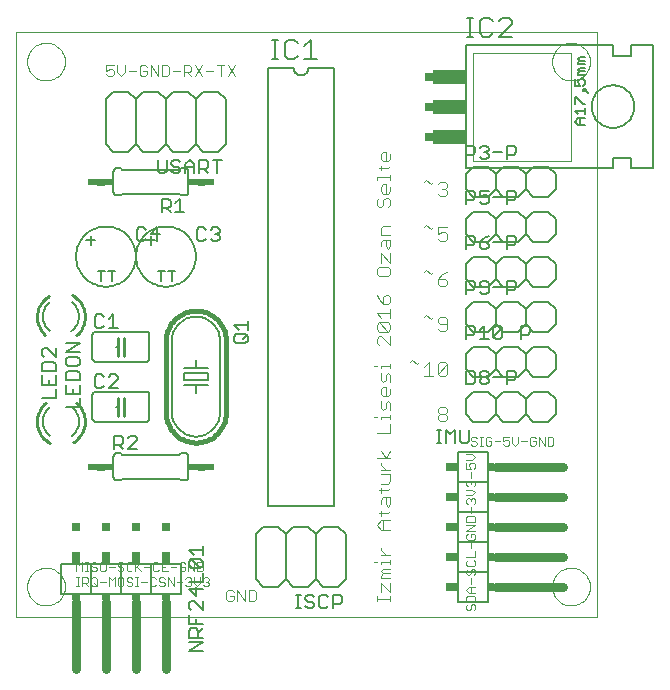
<source format=gto>
G75*
%MOIN*%
%OFA0B0*%
%FSLAX24Y24*%
%IPPOS*%
%LPD*%
%AMOC8*
5,1,8,0,0,1.08239X$1,22.5*
%
%ADD10C,0.0000*%
%ADD11C,0.0040*%
%ADD12C,0.0030*%
%ADD13C,0.0060*%
%ADD14C,0.0070*%
%ADD15C,0.0160*%
%ADD16C,0.0050*%
%ADD17C,0.0100*%
%ADD18C,0.0240*%
%ADD19R,0.0340X0.0240*%
%ADD20C,0.0300*%
%ADD21R,0.0200X0.0300*%
%ADD22R,0.0400X0.0300*%
%ADD23R,0.0300X0.0200*%
%ADD24R,0.0300X0.0400*%
%ADD25R,0.0300X0.0300*%
%ADD26C,0.0020*%
%ADD27R,0.0250X0.0300*%
%ADD28R,0.1100X0.0500*%
D10*
X000220Y002000D02*
X000220Y021496D01*
X019590Y021496D01*
X019590Y002000D01*
X000220Y002000D01*
X000590Y003000D02*
X000592Y003050D01*
X000598Y003100D01*
X000608Y003149D01*
X000622Y003197D01*
X000639Y003244D01*
X000660Y003289D01*
X000685Y003333D01*
X000713Y003374D01*
X000745Y003413D01*
X000779Y003450D01*
X000816Y003484D01*
X000856Y003514D01*
X000898Y003541D01*
X000942Y003565D01*
X000988Y003586D01*
X001035Y003602D01*
X001083Y003615D01*
X001133Y003624D01*
X001182Y003629D01*
X001233Y003630D01*
X001283Y003627D01*
X001332Y003620D01*
X001381Y003609D01*
X001429Y003594D01*
X001475Y003576D01*
X001520Y003554D01*
X001563Y003528D01*
X001604Y003499D01*
X001643Y003467D01*
X001679Y003432D01*
X001711Y003394D01*
X001741Y003354D01*
X001768Y003311D01*
X001791Y003267D01*
X001810Y003221D01*
X001826Y003173D01*
X001838Y003124D01*
X001846Y003075D01*
X001850Y003025D01*
X001850Y002975D01*
X001846Y002925D01*
X001838Y002876D01*
X001826Y002827D01*
X001810Y002779D01*
X001791Y002733D01*
X001768Y002689D01*
X001741Y002646D01*
X001711Y002606D01*
X001679Y002568D01*
X001643Y002533D01*
X001604Y002501D01*
X001563Y002472D01*
X001520Y002446D01*
X001475Y002424D01*
X001429Y002406D01*
X001381Y002391D01*
X001332Y002380D01*
X001283Y002373D01*
X001233Y002370D01*
X001182Y002371D01*
X001133Y002376D01*
X001083Y002385D01*
X001035Y002398D01*
X000988Y002414D01*
X000942Y002435D01*
X000898Y002459D01*
X000856Y002486D01*
X000816Y002516D01*
X000779Y002550D01*
X000745Y002587D01*
X000713Y002626D01*
X000685Y002667D01*
X000660Y002711D01*
X000639Y002756D01*
X000622Y002803D01*
X000608Y002851D01*
X000598Y002900D01*
X000592Y002950D01*
X000590Y003000D01*
X000590Y020500D02*
X000592Y020550D01*
X000598Y020600D01*
X000608Y020649D01*
X000622Y020697D01*
X000639Y020744D01*
X000660Y020789D01*
X000685Y020833D01*
X000713Y020874D01*
X000745Y020913D01*
X000779Y020950D01*
X000816Y020984D01*
X000856Y021014D01*
X000898Y021041D01*
X000942Y021065D01*
X000988Y021086D01*
X001035Y021102D01*
X001083Y021115D01*
X001133Y021124D01*
X001182Y021129D01*
X001233Y021130D01*
X001283Y021127D01*
X001332Y021120D01*
X001381Y021109D01*
X001429Y021094D01*
X001475Y021076D01*
X001520Y021054D01*
X001563Y021028D01*
X001604Y020999D01*
X001643Y020967D01*
X001679Y020932D01*
X001711Y020894D01*
X001741Y020854D01*
X001768Y020811D01*
X001791Y020767D01*
X001810Y020721D01*
X001826Y020673D01*
X001838Y020624D01*
X001846Y020575D01*
X001850Y020525D01*
X001850Y020475D01*
X001846Y020425D01*
X001838Y020376D01*
X001826Y020327D01*
X001810Y020279D01*
X001791Y020233D01*
X001768Y020189D01*
X001741Y020146D01*
X001711Y020106D01*
X001679Y020068D01*
X001643Y020033D01*
X001604Y020001D01*
X001563Y019972D01*
X001520Y019946D01*
X001475Y019924D01*
X001429Y019906D01*
X001381Y019891D01*
X001332Y019880D01*
X001283Y019873D01*
X001233Y019870D01*
X001182Y019871D01*
X001133Y019876D01*
X001083Y019885D01*
X001035Y019898D01*
X000988Y019914D01*
X000942Y019935D01*
X000898Y019959D01*
X000856Y019986D01*
X000816Y020016D01*
X000779Y020050D01*
X000745Y020087D01*
X000713Y020126D01*
X000685Y020167D01*
X000660Y020211D01*
X000639Y020256D01*
X000622Y020303D01*
X000608Y020351D01*
X000598Y020400D01*
X000592Y020450D01*
X000590Y020500D01*
X018090Y020500D02*
X018092Y020550D01*
X018098Y020600D01*
X018108Y020649D01*
X018122Y020697D01*
X018139Y020744D01*
X018160Y020789D01*
X018185Y020833D01*
X018213Y020874D01*
X018245Y020913D01*
X018279Y020950D01*
X018316Y020984D01*
X018356Y021014D01*
X018398Y021041D01*
X018442Y021065D01*
X018488Y021086D01*
X018535Y021102D01*
X018583Y021115D01*
X018633Y021124D01*
X018682Y021129D01*
X018733Y021130D01*
X018783Y021127D01*
X018832Y021120D01*
X018881Y021109D01*
X018929Y021094D01*
X018975Y021076D01*
X019020Y021054D01*
X019063Y021028D01*
X019104Y020999D01*
X019143Y020967D01*
X019179Y020932D01*
X019211Y020894D01*
X019241Y020854D01*
X019268Y020811D01*
X019291Y020767D01*
X019310Y020721D01*
X019326Y020673D01*
X019338Y020624D01*
X019346Y020575D01*
X019350Y020525D01*
X019350Y020475D01*
X019346Y020425D01*
X019338Y020376D01*
X019326Y020327D01*
X019310Y020279D01*
X019291Y020233D01*
X019268Y020189D01*
X019241Y020146D01*
X019211Y020106D01*
X019179Y020068D01*
X019143Y020033D01*
X019104Y020001D01*
X019063Y019972D01*
X019020Y019946D01*
X018975Y019924D01*
X018929Y019906D01*
X018881Y019891D01*
X018832Y019880D01*
X018783Y019873D01*
X018733Y019870D01*
X018682Y019871D01*
X018633Y019876D01*
X018583Y019885D01*
X018535Y019898D01*
X018488Y019914D01*
X018442Y019935D01*
X018398Y019959D01*
X018356Y019986D01*
X018316Y020016D01*
X018279Y020050D01*
X018245Y020087D01*
X018213Y020126D01*
X018185Y020167D01*
X018160Y020211D01*
X018139Y020256D01*
X018122Y020303D01*
X018108Y020351D01*
X018098Y020400D01*
X018092Y020450D01*
X018090Y020500D01*
X018090Y003000D02*
X018092Y003050D01*
X018098Y003100D01*
X018108Y003149D01*
X018122Y003197D01*
X018139Y003244D01*
X018160Y003289D01*
X018185Y003333D01*
X018213Y003374D01*
X018245Y003413D01*
X018279Y003450D01*
X018316Y003484D01*
X018356Y003514D01*
X018398Y003541D01*
X018442Y003565D01*
X018488Y003586D01*
X018535Y003602D01*
X018583Y003615D01*
X018633Y003624D01*
X018682Y003629D01*
X018733Y003630D01*
X018783Y003627D01*
X018832Y003620D01*
X018881Y003609D01*
X018929Y003594D01*
X018975Y003576D01*
X019020Y003554D01*
X019063Y003528D01*
X019104Y003499D01*
X019143Y003467D01*
X019179Y003432D01*
X019211Y003394D01*
X019241Y003354D01*
X019268Y003311D01*
X019291Y003267D01*
X019310Y003221D01*
X019326Y003173D01*
X019338Y003124D01*
X019346Y003075D01*
X019350Y003025D01*
X019350Y002975D01*
X019346Y002925D01*
X019338Y002876D01*
X019326Y002827D01*
X019310Y002779D01*
X019291Y002733D01*
X019268Y002689D01*
X019241Y002646D01*
X019211Y002606D01*
X019179Y002568D01*
X019143Y002533D01*
X019104Y002501D01*
X019063Y002472D01*
X019020Y002446D01*
X018975Y002424D01*
X018929Y002406D01*
X018881Y002391D01*
X018832Y002380D01*
X018783Y002373D01*
X018733Y002370D01*
X018682Y002371D01*
X018633Y002376D01*
X018583Y002385D01*
X018535Y002398D01*
X018488Y002414D01*
X018442Y002435D01*
X018398Y002459D01*
X018356Y002486D01*
X018316Y002516D01*
X018279Y002550D01*
X018245Y002587D01*
X018213Y002626D01*
X018185Y002667D01*
X018160Y002711D01*
X018139Y002756D01*
X018122Y002803D01*
X018108Y002851D01*
X018098Y002900D01*
X018092Y002950D01*
X018090Y003000D01*
D11*
X012700Y003134D02*
X012700Y002827D01*
X012393Y003134D01*
X012393Y002827D01*
X012240Y002673D02*
X012240Y002520D01*
X012240Y002597D02*
X012700Y002597D01*
X012700Y002673D02*
X012700Y002520D01*
X012700Y003287D02*
X012393Y003287D01*
X012393Y003364D01*
X012470Y003441D01*
X012393Y003518D01*
X012470Y003594D01*
X012700Y003594D01*
X012700Y003441D02*
X012470Y003441D01*
X012393Y003748D02*
X012393Y003824D01*
X012700Y003824D01*
X012700Y003748D02*
X012700Y003901D01*
X012700Y004055D02*
X012393Y004055D01*
X012393Y004208D02*
X012393Y004285D01*
X012393Y004208D02*
X012547Y004055D01*
X012240Y003824D02*
X012163Y003824D01*
X012393Y004899D02*
X012240Y005052D01*
X012393Y005206D01*
X012700Y005206D01*
X012470Y005206D02*
X012470Y004899D01*
X012393Y004899D02*
X012700Y004899D01*
X012393Y005359D02*
X012393Y005513D01*
X012316Y005436D02*
X012623Y005436D01*
X012700Y005513D01*
X012623Y005666D02*
X012547Y005743D01*
X012547Y005973D01*
X012470Y005973D02*
X012700Y005973D01*
X012700Y005743D01*
X012623Y005666D01*
X012393Y005743D02*
X012393Y005896D01*
X012470Y005973D01*
X012393Y006126D02*
X012393Y006280D01*
X012316Y006203D02*
X012623Y006203D01*
X012700Y006280D01*
X012623Y006433D02*
X012700Y006510D01*
X012700Y006740D01*
X012393Y006740D01*
X012393Y006894D02*
X012700Y006894D01*
X012547Y006894D02*
X012393Y007047D01*
X012393Y007124D01*
X012240Y007277D02*
X012700Y007277D01*
X012547Y007277D02*
X012393Y007508D01*
X012547Y007277D02*
X012700Y007508D01*
X012700Y008121D02*
X012240Y008121D01*
X012700Y008121D02*
X012700Y008428D01*
X012700Y008582D02*
X012700Y008735D01*
X012700Y008659D02*
X012393Y008659D01*
X012393Y008582D01*
X012240Y008659D02*
X012163Y008659D01*
X012393Y008965D02*
X012470Y008889D01*
X012547Y008965D01*
X012547Y009119D01*
X012623Y009196D01*
X012700Y009119D01*
X012700Y008889D01*
X012393Y008965D02*
X012393Y009196D01*
X012470Y009349D02*
X012393Y009426D01*
X012393Y009579D01*
X012470Y009656D01*
X012547Y009656D01*
X012547Y009349D01*
X012623Y009349D02*
X012470Y009349D01*
X012623Y009349D02*
X012700Y009426D01*
X012700Y009579D01*
X012700Y009810D02*
X012700Y010040D01*
X012623Y010116D01*
X012547Y010040D01*
X012547Y009886D01*
X012470Y009810D01*
X012393Y009886D01*
X012393Y010116D01*
X012393Y010270D02*
X012393Y010347D01*
X012700Y010347D01*
X012700Y010423D02*
X012700Y010270D01*
X012240Y010347D02*
X012163Y010347D01*
X012316Y011037D02*
X012240Y011114D01*
X012240Y011267D01*
X012316Y011344D01*
X012393Y011344D01*
X012700Y011037D01*
X012700Y011344D01*
X012623Y011498D02*
X012316Y011498D01*
X012240Y011574D01*
X012240Y011728D01*
X012316Y011805D01*
X012623Y011498D01*
X012700Y011574D01*
X012700Y011728D01*
X012623Y011805D01*
X012316Y011805D01*
X012393Y011958D02*
X012240Y012112D01*
X012700Y012112D01*
X012700Y012265D02*
X012700Y011958D01*
X012623Y012418D02*
X012470Y012418D01*
X012470Y012649D01*
X012547Y012725D01*
X012623Y012725D01*
X012700Y012649D01*
X012700Y012495D01*
X012623Y012418D01*
X012470Y012418D02*
X012316Y012572D01*
X012240Y012725D01*
X012316Y013339D02*
X012623Y013339D01*
X012700Y013416D01*
X012700Y013569D01*
X012623Y013646D01*
X012316Y013646D01*
X012240Y013569D01*
X012240Y013416D01*
X012316Y013339D01*
X012393Y013800D02*
X012393Y014107D01*
X012700Y013800D01*
X012700Y014107D01*
X012623Y014260D02*
X012547Y014337D01*
X012547Y014567D01*
X012470Y014567D02*
X012700Y014567D01*
X012700Y014337D01*
X012623Y014260D01*
X012393Y014337D02*
X012393Y014490D01*
X012470Y014567D01*
X012393Y014720D02*
X012393Y014951D01*
X012470Y015027D01*
X012700Y015027D01*
X012700Y014720D02*
X012393Y014720D01*
X012393Y015641D02*
X012470Y015718D01*
X012470Y015871D01*
X012547Y015948D01*
X012623Y015948D01*
X012700Y015871D01*
X012700Y015718D01*
X012623Y015641D01*
X012393Y015641D02*
X012316Y015641D01*
X012240Y015718D01*
X012240Y015871D01*
X012316Y015948D01*
X012470Y016102D02*
X012393Y016178D01*
X012393Y016332D01*
X012470Y016409D01*
X012547Y016409D01*
X012547Y016102D01*
X012623Y016102D02*
X012470Y016102D01*
X012623Y016102D02*
X012700Y016178D01*
X012700Y016332D01*
X012700Y016562D02*
X012700Y016715D01*
X012700Y016639D02*
X012240Y016639D01*
X012240Y016562D01*
X012393Y016869D02*
X012393Y017022D01*
X012316Y016946D02*
X012623Y016946D01*
X012700Y017022D01*
X012623Y017176D02*
X012470Y017176D01*
X012393Y017253D01*
X012393Y017406D01*
X012470Y017483D01*
X012547Y017483D01*
X012547Y017176D01*
X012623Y017176D02*
X012700Y017253D01*
X012700Y017406D01*
X013819Y016480D02*
X013896Y016557D01*
X014049Y016404D01*
X014126Y016480D01*
X014280Y016404D02*
X014356Y016480D01*
X014510Y016480D01*
X014587Y016404D01*
X014587Y016327D01*
X014510Y016250D01*
X014587Y016173D01*
X014587Y016097D01*
X014510Y016020D01*
X014356Y016020D01*
X014280Y016097D01*
X014433Y016250D02*
X014510Y016250D01*
X014587Y014980D02*
X014280Y014980D01*
X014280Y014750D01*
X014433Y014827D01*
X014510Y014827D01*
X014587Y014750D01*
X014587Y014597D01*
X014510Y014520D01*
X014356Y014520D01*
X014280Y014597D01*
X014049Y014904D02*
X014126Y014980D01*
X014049Y014904D02*
X013896Y015057D01*
X013819Y014980D01*
X013896Y013557D02*
X013819Y013480D01*
X013896Y013557D02*
X014049Y013404D01*
X014126Y013480D01*
X014280Y013250D02*
X014510Y013250D01*
X014587Y013173D01*
X014587Y013097D01*
X014510Y013020D01*
X014356Y013020D01*
X014280Y013097D01*
X014280Y013250D01*
X014433Y013404D01*
X014587Y013480D01*
X014510Y011980D02*
X014356Y011980D01*
X014280Y011904D01*
X014280Y011827D01*
X014356Y011750D01*
X014587Y011750D01*
X014587Y011597D02*
X014587Y011904D01*
X014510Y011980D01*
X014126Y011980D02*
X014049Y011904D01*
X013896Y012057D01*
X013819Y011980D01*
X014280Y011597D02*
X014356Y011520D01*
X014510Y011520D01*
X014587Y011597D01*
X014510Y010480D02*
X014356Y010480D01*
X014280Y010404D01*
X014280Y010097D01*
X014587Y010404D01*
X014587Y010097D01*
X014510Y010020D01*
X014356Y010020D01*
X014280Y010097D01*
X014126Y010020D02*
X013819Y010020D01*
X013973Y010020D02*
X013973Y010480D01*
X013819Y010327D01*
X013666Y010480D02*
X013589Y010404D01*
X013436Y010557D01*
X013359Y010480D01*
X014510Y010480D02*
X014587Y010404D01*
X014510Y008980D02*
X014356Y008980D01*
X014280Y008904D01*
X014280Y008827D01*
X014356Y008750D01*
X014510Y008750D01*
X014587Y008673D01*
X014587Y008597D01*
X014510Y008520D01*
X014356Y008520D01*
X014280Y008597D01*
X014280Y008673D01*
X014356Y008750D01*
X014510Y008750D02*
X014587Y008827D01*
X014587Y008904D01*
X014510Y008980D01*
X012623Y006433D02*
X012393Y006433D01*
D12*
X015235Y006385D02*
X015235Y006482D01*
X015283Y006530D01*
X015332Y006530D01*
X015380Y006482D01*
X015428Y006530D01*
X015477Y006530D01*
X015525Y006482D01*
X015525Y006385D01*
X015477Y006336D01*
X015428Y006235D02*
X015235Y006235D01*
X015283Y006336D02*
X015235Y006385D01*
X015380Y006433D02*
X015380Y006482D01*
X015380Y006631D02*
X015380Y006825D01*
X015380Y006926D02*
X015332Y007022D01*
X015332Y007071D01*
X015380Y007119D01*
X015477Y007119D01*
X015525Y007071D01*
X015525Y006974D01*
X015477Y006926D01*
X015380Y006926D02*
X015235Y006926D01*
X015235Y007119D01*
X015235Y007220D02*
X015428Y007220D01*
X015525Y007317D01*
X015428Y007414D01*
X015235Y007414D01*
X015435Y007695D02*
X015387Y007743D01*
X015435Y007695D02*
X015532Y007695D01*
X015580Y007743D01*
X015580Y007792D01*
X015532Y007840D01*
X015435Y007840D01*
X015387Y007888D01*
X015387Y007937D01*
X015435Y007985D01*
X015532Y007985D01*
X015580Y007937D01*
X015681Y007985D02*
X015778Y007985D01*
X015730Y007985D02*
X015730Y007695D01*
X015778Y007695D02*
X015681Y007695D01*
X015878Y007743D02*
X015878Y007937D01*
X015926Y007985D01*
X016023Y007985D01*
X016071Y007937D01*
X016071Y007840D02*
X015975Y007840D01*
X016071Y007840D02*
X016071Y007743D01*
X016023Y007695D01*
X015926Y007695D01*
X015878Y007743D01*
X016172Y007840D02*
X016366Y007840D01*
X016467Y007840D02*
X016564Y007888D01*
X016612Y007888D01*
X016661Y007840D01*
X016661Y007743D01*
X016612Y007695D01*
X016515Y007695D01*
X016467Y007743D01*
X016467Y007840D02*
X016467Y007985D01*
X016661Y007985D01*
X016762Y007985D02*
X016762Y007792D01*
X016858Y007695D01*
X016955Y007792D01*
X016955Y007985D01*
X017056Y007840D02*
X017250Y007840D01*
X017351Y007743D02*
X017399Y007695D01*
X017496Y007695D01*
X017545Y007743D01*
X017545Y007840D01*
X017448Y007840D01*
X017545Y007937D02*
X017496Y007985D01*
X017399Y007985D01*
X017351Y007937D01*
X017351Y007743D01*
X017646Y007695D02*
X017646Y007985D01*
X017839Y007695D01*
X017839Y007985D01*
X017940Y007985D02*
X017940Y007695D01*
X018085Y007695D01*
X018134Y007743D01*
X018134Y007937D01*
X018085Y007985D01*
X017940Y007985D01*
X015525Y006138D02*
X015428Y006235D01*
X015525Y006138D02*
X015428Y006042D01*
X015235Y006042D01*
X015283Y005941D02*
X015332Y005941D01*
X015380Y005892D01*
X015428Y005941D01*
X015477Y005941D01*
X015525Y005892D01*
X015525Y005795D01*
X015477Y005747D01*
X015380Y005844D02*
X015380Y005892D01*
X015283Y005941D02*
X015235Y005892D01*
X015235Y005795D01*
X015283Y005747D01*
X015380Y005646D02*
X015380Y005452D01*
X015477Y005351D02*
X015283Y005351D01*
X015235Y005303D01*
X015235Y005158D01*
X015525Y005158D01*
X015525Y005303D01*
X015477Y005351D01*
X015525Y005057D02*
X015235Y005057D01*
X015235Y004863D02*
X015525Y005057D01*
X015525Y004863D02*
X015235Y004863D01*
X015283Y004762D02*
X015235Y004714D01*
X015235Y004617D01*
X015283Y004568D01*
X015477Y004568D01*
X015525Y004617D01*
X015525Y004714D01*
X015477Y004762D01*
X015380Y004762D01*
X015380Y004665D01*
X015380Y004467D02*
X015380Y004274D01*
X015525Y004173D02*
X015525Y003979D01*
X015235Y003979D01*
X015283Y003878D02*
X015235Y003830D01*
X015235Y003733D01*
X015283Y003685D01*
X015477Y003685D01*
X015525Y003733D01*
X015525Y003830D01*
X015477Y003878D01*
X015477Y003583D02*
X015525Y003535D01*
X015525Y003438D01*
X015477Y003390D01*
X015380Y003438D02*
X015380Y003535D01*
X015428Y003583D01*
X015477Y003583D01*
X015380Y003438D02*
X015332Y003390D01*
X015283Y003390D01*
X015235Y003438D01*
X015235Y003535D01*
X015283Y003583D01*
X015380Y003289D02*
X015380Y003095D01*
X015380Y002994D02*
X015380Y002801D01*
X015332Y002801D02*
X015525Y002801D01*
X015477Y002699D02*
X015283Y002699D01*
X015235Y002651D01*
X015235Y002506D01*
X015525Y002506D01*
X015525Y002651D01*
X015477Y002699D01*
X015332Y002801D02*
X015235Y002897D01*
X015332Y002994D01*
X015525Y002994D01*
X015477Y002405D02*
X015525Y002356D01*
X015525Y002260D01*
X015477Y002211D01*
X015380Y002260D02*
X015380Y002356D01*
X015428Y002405D01*
X015477Y002405D01*
X015380Y002260D02*
X015332Y002211D01*
X015283Y002211D01*
X015235Y002260D01*
X015235Y002356D01*
X015283Y002405D01*
X008219Y002577D02*
X008219Y002824D01*
X008157Y002885D01*
X007972Y002885D01*
X007972Y002515D01*
X008157Y002515D01*
X008219Y002577D01*
X007850Y002515D02*
X007850Y002885D01*
X007603Y002885D02*
X007603Y002515D01*
X007482Y002577D02*
X007482Y002700D01*
X007358Y002700D01*
X007235Y002577D02*
X007297Y002515D01*
X007420Y002515D01*
X007482Y002577D01*
X007482Y002824D02*
X007420Y002885D01*
X007297Y002885D01*
X007235Y002824D01*
X007235Y002577D01*
X007603Y002885D02*
X007850Y002515D01*
X006652Y003063D02*
X006603Y003015D01*
X006507Y003015D01*
X006458Y003063D01*
X006357Y003112D02*
X006357Y003305D01*
X006458Y003257D02*
X006507Y003305D01*
X006603Y003305D01*
X006652Y003257D01*
X006652Y003208D01*
X006603Y003160D01*
X006652Y003112D01*
X006652Y003063D01*
X006603Y003160D02*
X006555Y003160D01*
X006357Y003112D02*
X006260Y003015D01*
X006164Y003112D01*
X006164Y003305D01*
X006063Y003257D02*
X006063Y003208D01*
X006014Y003160D01*
X006063Y003112D01*
X006063Y003063D01*
X006014Y003015D01*
X005917Y003015D01*
X005869Y003063D01*
X005966Y003160D02*
X006014Y003160D01*
X006063Y003257D02*
X006014Y003305D01*
X005917Y003305D01*
X005869Y003257D01*
X005768Y003160D02*
X005574Y003160D01*
X005473Y003015D02*
X005473Y003305D01*
X005280Y003305D02*
X005280Y003015D01*
X005179Y003063D02*
X005130Y003015D01*
X005033Y003015D01*
X004985Y003063D01*
X004884Y003063D02*
X004836Y003015D01*
X004739Y003015D01*
X004690Y003063D01*
X004690Y003257D01*
X004739Y003305D01*
X004836Y003305D01*
X004884Y003257D01*
X004985Y003257D02*
X004985Y003208D01*
X005033Y003160D01*
X005130Y003160D01*
X005179Y003112D01*
X005179Y003063D01*
X005179Y003257D02*
X005130Y003305D01*
X005033Y003305D01*
X004985Y003257D01*
X004934Y003515D02*
X004982Y003563D01*
X004934Y003515D02*
X004837Y003515D01*
X004789Y003563D01*
X004789Y003757D01*
X004837Y003805D01*
X004934Y003805D01*
X004982Y003757D01*
X005083Y003805D02*
X005083Y003515D01*
X005277Y003515D01*
X005180Y003660D02*
X005083Y003660D01*
X005083Y003805D02*
X005277Y003805D01*
X005378Y003660D02*
X005571Y003660D01*
X005673Y003563D02*
X005721Y003515D01*
X005818Y003515D01*
X005866Y003563D01*
X005866Y003660D01*
X005769Y003660D01*
X005673Y003757D02*
X005673Y003563D01*
X005673Y003757D02*
X005721Y003805D01*
X005818Y003805D01*
X005866Y003757D01*
X005967Y003805D02*
X005967Y003515D01*
X006161Y003515D02*
X006161Y003805D01*
X006262Y003805D02*
X006407Y003805D01*
X006455Y003757D01*
X006455Y003563D01*
X006407Y003515D01*
X006262Y003515D01*
X006262Y003805D01*
X005967Y003805D02*
X006161Y003515D01*
X005473Y003015D02*
X005280Y003305D01*
X004687Y003660D02*
X004494Y003660D01*
X004393Y003515D02*
X004248Y003660D01*
X004199Y003612D02*
X004393Y003805D01*
X004199Y003805D02*
X004199Y003515D01*
X004098Y003563D02*
X004050Y003515D01*
X003953Y003515D01*
X003905Y003563D01*
X003905Y003757D01*
X003953Y003805D01*
X004050Y003805D01*
X004098Y003757D01*
X003804Y003757D02*
X003755Y003805D01*
X003658Y003805D01*
X003610Y003757D01*
X003610Y003708D01*
X003658Y003660D01*
X003755Y003660D01*
X003804Y003612D01*
X003804Y003563D01*
X003755Y003515D01*
X003658Y003515D01*
X003610Y003563D01*
X003509Y003660D02*
X003315Y003660D01*
X003214Y003563D02*
X003214Y003757D01*
X003166Y003805D01*
X003069Y003805D01*
X003021Y003757D01*
X003021Y003563D01*
X003069Y003515D01*
X003166Y003515D01*
X003214Y003563D01*
X003315Y003305D02*
X003412Y003208D01*
X003509Y003305D01*
X003509Y003015D01*
X003610Y003063D02*
X003658Y003015D01*
X003755Y003015D01*
X003804Y003063D01*
X003804Y003257D01*
X003755Y003305D01*
X003658Y003305D01*
X003610Y003257D01*
X003610Y003063D01*
X003315Y003015D02*
X003315Y003305D01*
X003214Y003160D02*
X003021Y003160D01*
X002920Y003257D02*
X002920Y003063D01*
X002871Y003015D01*
X002774Y003015D01*
X002726Y003063D01*
X002726Y003257D01*
X002774Y003305D01*
X002871Y003305D01*
X002920Y003257D01*
X002823Y003112D02*
X002920Y003015D01*
X002625Y003015D02*
X002528Y003112D01*
X002577Y003112D02*
X002431Y003112D01*
X002431Y003015D02*
X002431Y003305D01*
X002577Y003305D01*
X002625Y003257D01*
X002625Y003160D01*
X002577Y003112D01*
X002332Y003015D02*
X002235Y003015D01*
X002283Y003015D02*
X002283Y003305D01*
X002235Y003305D02*
X002332Y003305D01*
X002428Y003515D02*
X002428Y003805D01*
X002332Y003708D01*
X002235Y003805D01*
X002235Y003515D01*
X002530Y003515D02*
X002626Y003515D01*
X002578Y003515D02*
X002578Y003805D01*
X002530Y003805D02*
X002626Y003805D01*
X002726Y003757D02*
X002774Y003805D01*
X002871Y003805D01*
X002920Y003757D01*
X002871Y003660D02*
X002920Y003612D01*
X002920Y003563D01*
X002871Y003515D01*
X002774Y003515D01*
X002726Y003563D01*
X002774Y003660D02*
X002871Y003660D01*
X002774Y003660D02*
X002726Y003708D01*
X002726Y003757D01*
X003905Y003257D02*
X003905Y003208D01*
X003953Y003160D01*
X004050Y003160D01*
X004098Y003112D01*
X004098Y003063D01*
X004050Y003015D01*
X003953Y003015D01*
X003905Y003063D01*
X003905Y003257D02*
X003953Y003305D01*
X004050Y003305D01*
X004098Y003257D01*
X004199Y003305D02*
X004296Y003305D01*
X004248Y003305D02*
X004248Y003015D01*
X004296Y003015D02*
X004199Y003015D01*
X004396Y003160D02*
X004589Y003160D01*
X004525Y020015D02*
X004587Y020077D01*
X004587Y020200D01*
X004463Y020200D01*
X004340Y020077D02*
X004402Y020015D01*
X004525Y020015D01*
X004708Y020015D02*
X004708Y020385D01*
X004955Y020015D01*
X004955Y020385D01*
X005077Y020385D02*
X005262Y020385D01*
X005323Y020324D01*
X005323Y020077D01*
X005262Y020015D01*
X005077Y020015D01*
X005077Y020385D01*
X005445Y020200D02*
X005692Y020200D01*
X005813Y020138D02*
X005998Y020138D01*
X006060Y020200D01*
X006060Y020324D01*
X005998Y020385D01*
X005813Y020385D01*
X005813Y020015D01*
X005937Y020138D02*
X006060Y020015D01*
X006182Y020015D02*
X006428Y020385D01*
X006550Y020200D02*
X006797Y020200D01*
X006918Y020385D02*
X007165Y020385D01*
X007286Y020385D02*
X007533Y020015D01*
X007286Y020015D02*
X007533Y020385D01*
X007042Y020385D02*
X007042Y020015D01*
X006428Y020015D02*
X006182Y020385D01*
X004587Y020324D02*
X004525Y020385D01*
X004402Y020385D01*
X004340Y020324D01*
X004340Y020077D01*
X004219Y020200D02*
X003972Y020200D01*
X003850Y020138D02*
X003727Y020015D01*
X003603Y020138D01*
X003603Y020385D01*
X003482Y020385D02*
X003235Y020385D01*
X003235Y020200D01*
X003358Y020262D01*
X003420Y020262D01*
X003482Y020200D01*
X003482Y020077D01*
X003420Y020015D01*
X003297Y020015D01*
X003235Y020077D01*
X003850Y020138D02*
X003850Y020385D01*
D13*
X003970Y019500D02*
X003470Y019500D01*
X003220Y019250D01*
X003220Y017750D01*
X003470Y017500D01*
X003970Y017500D01*
X004220Y017750D01*
X004220Y019250D01*
X003970Y019500D01*
X004220Y019250D02*
X004470Y019500D01*
X004970Y019500D01*
X005220Y019250D01*
X005220Y017750D01*
X004970Y017500D01*
X004470Y017500D01*
X004220Y017750D01*
X003720Y016950D02*
X003570Y016950D01*
X003553Y016948D01*
X003536Y016944D01*
X003520Y016937D01*
X003506Y016927D01*
X003493Y016914D01*
X003483Y016900D01*
X003476Y016884D01*
X003472Y016867D01*
X003470Y016850D01*
X003470Y016150D01*
X003472Y016133D01*
X003476Y016116D01*
X003483Y016100D01*
X003493Y016086D01*
X003506Y016073D01*
X003520Y016063D01*
X003536Y016056D01*
X003553Y016052D01*
X003570Y016050D01*
X003720Y016050D01*
X003770Y016100D01*
X005670Y016100D01*
X005720Y016050D01*
X005870Y016050D01*
X005887Y016052D01*
X005904Y016056D01*
X005920Y016063D01*
X005934Y016073D01*
X005947Y016086D01*
X005957Y016100D01*
X005964Y016116D01*
X005968Y016133D01*
X005970Y016150D01*
X005970Y016850D01*
X005968Y016867D01*
X005964Y016884D01*
X005957Y016900D01*
X005947Y016914D01*
X005934Y016927D01*
X005920Y016937D01*
X005904Y016944D01*
X005887Y016948D01*
X005870Y016950D01*
X005720Y016950D01*
X005670Y016900D01*
X003770Y016900D01*
X003720Y016950D01*
X005220Y017750D02*
X005470Y017500D01*
X005970Y017500D01*
X006220Y017750D01*
X006220Y019250D01*
X005970Y019500D01*
X005470Y019500D01*
X005220Y019250D01*
X006220Y019250D02*
X006470Y019500D01*
X006970Y019500D01*
X007220Y019250D01*
X007220Y017750D01*
X006970Y017500D01*
X006470Y017500D01*
X006220Y017750D01*
X008620Y020300D02*
X008620Y005700D01*
X010820Y005700D01*
X010820Y020300D01*
X009970Y020300D01*
X009968Y020270D01*
X009963Y020240D01*
X009954Y020211D01*
X009941Y020184D01*
X009926Y020158D01*
X009907Y020134D01*
X009886Y020113D01*
X009862Y020094D01*
X009836Y020079D01*
X009809Y020066D01*
X009780Y020057D01*
X009750Y020052D01*
X009720Y020050D01*
X009690Y020052D01*
X009660Y020057D01*
X009631Y020066D01*
X009604Y020079D01*
X009578Y020094D01*
X009554Y020113D01*
X009533Y020134D01*
X009514Y020158D01*
X009499Y020184D01*
X009486Y020211D01*
X009477Y020240D01*
X009472Y020270D01*
X009470Y020300D01*
X008620Y020300D01*
X004720Y014700D02*
X004720Y014400D01*
X004870Y014550D02*
X004570Y014550D01*
X004220Y014000D02*
X004222Y014063D01*
X004228Y014125D01*
X004238Y014187D01*
X004251Y014249D01*
X004269Y014309D01*
X004290Y014368D01*
X004315Y014426D01*
X004344Y014482D01*
X004376Y014536D01*
X004411Y014588D01*
X004449Y014637D01*
X004491Y014685D01*
X004535Y014729D01*
X004583Y014771D01*
X004632Y014809D01*
X004684Y014844D01*
X004738Y014876D01*
X004794Y014905D01*
X004852Y014930D01*
X004911Y014951D01*
X004971Y014969D01*
X005033Y014982D01*
X005095Y014992D01*
X005157Y014998D01*
X005220Y015000D01*
X005283Y014998D01*
X005345Y014992D01*
X005407Y014982D01*
X005469Y014969D01*
X005529Y014951D01*
X005588Y014930D01*
X005646Y014905D01*
X005702Y014876D01*
X005756Y014844D01*
X005808Y014809D01*
X005857Y014771D01*
X005905Y014729D01*
X005949Y014685D01*
X005991Y014637D01*
X006029Y014588D01*
X006064Y014536D01*
X006096Y014482D01*
X006125Y014426D01*
X006150Y014368D01*
X006171Y014309D01*
X006189Y014249D01*
X006202Y014187D01*
X006212Y014125D01*
X006218Y014063D01*
X006220Y014000D01*
X006218Y013937D01*
X006212Y013875D01*
X006202Y013813D01*
X006189Y013751D01*
X006171Y013691D01*
X006150Y013632D01*
X006125Y013574D01*
X006096Y013518D01*
X006064Y013464D01*
X006029Y013412D01*
X005991Y013363D01*
X005949Y013315D01*
X005905Y013271D01*
X005857Y013229D01*
X005808Y013191D01*
X005756Y013156D01*
X005702Y013124D01*
X005646Y013095D01*
X005588Y013070D01*
X005529Y013049D01*
X005469Y013031D01*
X005407Y013018D01*
X005345Y013008D01*
X005283Y013002D01*
X005220Y013000D01*
X005157Y013002D01*
X005095Y013008D01*
X005033Y013018D01*
X004971Y013031D01*
X004911Y013049D01*
X004852Y013070D01*
X004794Y013095D01*
X004738Y013124D01*
X004684Y013156D01*
X004632Y013191D01*
X004583Y013229D01*
X004535Y013271D01*
X004491Y013315D01*
X004449Y013363D01*
X004411Y013412D01*
X004376Y013464D01*
X004344Y013518D01*
X004315Y013574D01*
X004290Y013632D01*
X004269Y013691D01*
X004251Y013751D01*
X004238Y013813D01*
X004228Y013875D01*
X004222Y013937D01*
X004220Y014000D01*
X002220Y014000D02*
X002222Y014063D01*
X002228Y014125D01*
X002238Y014187D01*
X002251Y014249D01*
X002269Y014309D01*
X002290Y014368D01*
X002315Y014426D01*
X002344Y014482D01*
X002376Y014536D01*
X002411Y014588D01*
X002449Y014637D01*
X002491Y014685D01*
X002535Y014729D01*
X002583Y014771D01*
X002632Y014809D01*
X002684Y014844D01*
X002738Y014876D01*
X002794Y014905D01*
X002852Y014930D01*
X002911Y014951D01*
X002971Y014969D01*
X003033Y014982D01*
X003095Y014992D01*
X003157Y014998D01*
X003220Y015000D01*
X003283Y014998D01*
X003345Y014992D01*
X003407Y014982D01*
X003469Y014969D01*
X003529Y014951D01*
X003588Y014930D01*
X003646Y014905D01*
X003702Y014876D01*
X003756Y014844D01*
X003808Y014809D01*
X003857Y014771D01*
X003905Y014729D01*
X003949Y014685D01*
X003991Y014637D01*
X004029Y014588D01*
X004064Y014536D01*
X004096Y014482D01*
X004125Y014426D01*
X004150Y014368D01*
X004171Y014309D01*
X004189Y014249D01*
X004202Y014187D01*
X004212Y014125D01*
X004218Y014063D01*
X004220Y014000D01*
X004218Y013937D01*
X004212Y013875D01*
X004202Y013813D01*
X004189Y013751D01*
X004171Y013691D01*
X004150Y013632D01*
X004125Y013574D01*
X004096Y013518D01*
X004064Y013464D01*
X004029Y013412D01*
X003991Y013363D01*
X003949Y013315D01*
X003905Y013271D01*
X003857Y013229D01*
X003808Y013191D01*
X003756Y013156D01*
X003702Y013124D01*
X003646Y013095D01*
X003588Y013070D01*
X003529Y013049D01*
X003469Y013031D01*
X003407Y013018D01*
X003345Y013008D01*
X003283Y013002D01*
X003220Y013000D01*
X003157Y013002D01*
X003095Y013008D01*
X003033Y013018D01*
X002971Y013031D01*
X002911Y013049D01*
X002852Y013070D01*
X002794Y013095D01*
X002738Y013124D01*
X002684Y013156D01*
X002632Y013191D01*
X002583Y013229D01*
X002535Y013271D01*
X002491Y013315D01*
X002449Y013363D01*
X002411Y013412D01*
X002376Y013464D01*
X002344Y013518D01*
X002315Y013574D01*
X002290Y013632D01*
X002269Y013691D01*
X002251Y013751D01*
X002238Y013813D01*
X002228Y013875D01*
X002222Y013937D01*
X002220Y014000D01*
X002720Y014400D02*
X002720Y014700D01*
X002870Y014550D02*
X002570Y014550D01*
X002320Y012000D02*
X002318Y011953D01*
X002312Y011905D01*
X002303Y011859D01*
X002290Y011813D01*
X002274Y011769D01*
X002253Y011725D01*
X002230Y011684D01*
X002204Y011645D01*
X002174Y011608D01*
X002141Y011573D01*
X002106Y011541D01*
X002069Y011512D01*
X001120Y012000D02*
X001122Y012045D01*
X001127Y012091D01*
X001135Y012135D01*
X001147Y012179D01*
X001163Y012222D01*
X001181Y012264D01*
X001203Y012304D01*
X001227Y012342D01*
X001254Y012378D01*
X001284Y012413D01*
X001317Y012444D01*
X001352Y012474D01*
X001120Y012000D02*
X001122Y011955D01*
X001127Y011909D01*
X001135Y011865D01*
X001147Y011821D01*
X001163Y011778D01*
X001181Y011736D01*
X001203Y011696D01*
X001227Y011658D01*
X001254Y011622D01*
X001284Y011587D01*
X001317Y011556D01*
X001352Y011526D01*
X002320Y012000D02*
X002318Y012046D01*
X002313Y012092D01*
X002304Y012138D01*
X002292Y012183D01*
X002276Y012226D01*
X002257Y012268D01*
X002234Y012309D01*
X002209Y012348D01*
X002181Y012384D01*
X002150Y012419D01*
X002116Y012451D01*
X002080Y012480D01*
X002870Y011500D02*
X004570Y011500D01*
X004587Y011498D01*
X004604Y011494D01*
X004620Y011487D01*
X004634Y011477D01*
X004647Y011464D01*
X004657Y011450D01*
X004664Y011434D01*
X004668Y011417D01*
X004670Y011400D01*
X004670Y010600D01*
X004668Y010583D01*
X004664Y010566D01*
X004657Y010550D01*
X004647Y010536D01*
X004634Y010523D01*
X004620Y010513D01*
X004604Y010506D01*
X004587Y010502D01*
X004570Y010500D01*
X002870Y010500D01*
X002853Y010502D01*
X002836Y010506D01*
X002820Y010513D01*
X002806Y010523D01*
X002793Y010536D01*
X002783Y010550D01*
X002776Y010566D01*
X002772Y010583D01*
X002770Y010600D01*
X002770Y011400D01*
X002772Y011417D01*
X002776Y011434D01*
X002783Y011450D01*
X002793Y011464D01*
X002806Y011477D01*
X002820Y011487D01*
X002836Y011494D01*
X002853Y011498D01*
X002870Y011500D01*
X003570Y011000D02*
X003620Y011000D01*
X003820Y011000D02*
X003870Y011000D01*
X004570Y009500D02*
X002870Y009500D01*
X002853Y009498D01*
X002836Y009494D01*
X002820Y009487D01*
X002806Y009477D01*
X002793Y009464D01*
X002783Y009450D01*
X002776Y009434D01*
X002772Y009417D01*
X002770Y009400D01*
X002770Y008600D01*
X002772Y008583D01*
X002776Y008566D01*
X002783Y008550D01*
X002793Y008536D01*
X002806Y008523D01*
X002820Y008513D01*
X002836Y008506D01*
X002853Y008502D01*
X002870Y008500D01*
X004570Y008500D01*
X004587Y008502D01*
X004604Y008506D01*
X004620Y008513D01*
X004634Y008523D01*
X004647Y008536D01*
X004657Y008550D01*
X004664Y008566D01*
X004668Y008583D01*
X004670Y008600D01*
X004670Y009400D01*
X004668Y009417D01*
X004664Y009434D01*
X004657Y009450D01*
X004647Y009464D01*
X004634Y009477D01*
X004620Y009487D01*
X004604Y009494D01*
X004587Y009498D01*
X004570Y009500D01*
X003870Y009000D02*
X003820Y009000D01*
X003620Y009000D02*
X003570Y009000D01*
X003570Y007450D02*
X003720Y007450D01*
X003770Y007400D01*
X005670Y007400D01*
X005720Y007450D01*
X005870Y007450D01*
X005887Y007448D01*
X005904Y007444D01*
X005920Y007437D01*
X005934Y007427D01*
X005947Y007414D01*
X005957Y007400D01*
X005964Y007384D01*
X005968Y007367D01*
X005970Y007350D01*
X005970Y006650D01*
X005968Y006633D01*
X005964Y006616D01*
X005957Y006600D01*
X005947Y006586D01*
X005934Y006573D01*
X005920Y006563D01*
X005904Y006556D01*
X005887Y006552D01*
X005870Y006550D01*
X005720Y006550D01*
X005670Y006600D01*
X003770Y006600D01*
X003720Y006550D01*
X003570Y006550D01*
X003553Y006552D01*
X003536Y006556D01*
X003520Y006563D01*
X003506Y006573D01*
X003493Y006586D01*
X003483Y006600D01*
X003476Y006616D01*
X003472Y006633D01*
X003470Y006650D01*
X003470Y007350D01*
X003472Y007367D01*
X003476Y007384D01*
X003483Y007400D01*
X003493Y007414D01*
X003506Y007427D01*
X003520Y007437D01*
X003536Y007444D01*
X003553Y007448D01*
X003570Y007450D01*
X001120Y008500D02*
X001122Y008547D01*
X001128Y008595D01*
X001137Y008641D01*
X001150Y008687D01*
X001166Y008731D01*
X001187Y008775D01*
X001210Y008816D01*
X001236Y008855D01*
X001266Y008892D01*
X001299Y008927D01*
X001334Y008959D01*
X001371Y008988D01*
X002320Y008500D02*
X002318Y008455D01*
X002313Y008409D01*
X002305Y008365D01*
X002293Y008321D01*
X002277Y008278D01*
X002259Y008236D01*
X002237Y008196D01*
X002213Y008158D01*
X002186Y008122D01*
X002156Y008087D01*
X002123Y008056D01*
X002088Y008026D01*
X002320Y008500D02*
X002318Y008545D01*
X002313Y008591D01*
X002305Y008635D01*
X002293Y008679D01*
X002277Y008722D01*
X002259Y008764D01*
X002237Y008804D01*
X002213Y008842D01*
X002186Y008878D01*
X002156Y008913D01*
X002123Y008944D01*
X002088Y008974D01*
X001120Y008500D02*
X001122Y008454D01*
X001127Y008408D01*
X001136Y008362D01*
X001148Y008317D01*
X001164Y008274D01*
X001183Y008232D01*
X001206Y008191D01*
X001231Y008152D01*
X001259Y008116D01*
X001290Y008081D01*
X001324Y008049D01*
X001360Y008020D01*
X005420Y008800D02*
X005420Y011200D01*
X005422Y011256D01*
X005428Y011311D01*
X005437Y011366D01*
X005451Y011421D01*
X005468Y011474D01*
X005489Y011525D01*
X005514Y011576D01*
X005542Y011624D01*
X005573Y011670D01*
X005607Y011714D01*
X005645Y011756D01*
X005685Y011795D01*
X005727Y011830D01*
X005773Y011863D01*
X005820Y011893D01*
X005869Y011919D01*
X005920Y011942D01*
X005973Y011961D01*
X006026Y011976D01*
X006081Y011988D01*
X006136Y011996D01*
X006192Y012000D01*
X006248Y012000D01*
X006304Y011996D01*
X006359Y011988D01*
X006414Y011976D01*
X006467Y011961D01*
X006520Y011942D01*
X006571Y011919D01*
X006620Y011893D01*
X006667Y011863D01*
X006713Y011830D01*
X006755Y011795D01*
X006795Y011756D01*
X006833Y011714D01*
X006867Y011670D01*
X006898Y011624D01*
X006926Y011576D01*
X006951Y011525D01*
X006972Y011474D01*
X006989Y011421D01*
X007003Y011366D01*
X007012Y011311D01*
X007018Y011256D01*
X007020Y011200D01*
X007020Y008800D01*
X007018Y008744D01*
X007012Y008689D01*
X007003Y008634D01*
X006989Y008579D01*
X006972Y008526D01*
X006951Y008475D01*
X006926Y008424D01*
X006898Y008376D01*
X006867Y008330D01*
X006833Y008286D01*
X006795Y008244D01*
X006755Y008205D01*
X006713Y008170D01*
X006667Y008137D01*
X006620Y008107D01*
X006571Y008081D01*
X006520Y008058D01*
X006467Y008039D01*
X006414Y008024D01*
X006359Y008012D01*
X006304Y008004D01*
X006248Y008000D01*
X006192Y008000D01*
X006136Y008004D01*
X006081Y008012D01*
X006026Y008024D01*
X005973Y008039D01*
X005920Y008058D01*
X005869Y008081D01*
X005820Y008107D01*
X005773Y008137D01*
X005727Y008170D01*
X005685Y008205D01*
X005645Y008244D01*
X005607Y008286D01*
X005573Y008330D01*
X005542Y008376D01*
X005514Y008424D01*
X005489Y008475D01*
X005468Y008526D01*
X005451Y008579D01*
X005437Y008634D01*
X005428Y008689D01*
X005422Y008744D01*
X005420Y008800D01*
X006220Y009450D02*
X006220Y009730D01*
X005820Y009730D01*
X005820Y009880D02*
X006620Y009880D01*
X006620Y010130D01*
X005820Y010130D01*
X005820Y009880D01*
X005820Y010270D02*
X006220Y010270D01*
X006220Y010550D01*
X006220Y010270D02*
X006620Y010270D01*
X006620Y009730D02*
X006220Y009730D01*
X008470Y005000D02*
X008970Y005000D01*
X009220Y004750D01*
X009220Y003250D01*
X008970Y003000D01*
X008470Y003000D01*
X008220Y003250D01*
X008220Y004750D01*
X008470Y005000D01*
X009220Y004750D02*
X009470Y005000D01*
X009970Y005000D01*
X010220Y004750D01*
X010220Y003250D01*
X009970Y003000D01*
X009470Y003000D01*
X009220Y003250D01*
X010220Y003250D02*
X010470Y003000D01*
X010970Y003000D01*
X011220Y003250D01*
X011220Y004750D01*
X010970Y005000D01*
X010470Y005000D01*
X010220Y004750D01*
X005720Y003750D02*
X005720Y002750D01*
X004720Y002750D01*
X003720Y002750D01*
X002720Y002750D01*
X001720Y002750D01*
X001720Y003750D01*
X002720Y003750D01*
X002720Y002750D01*
X002720Y003750D02*
X003720Y003750D01*
X003720Y002750D01*
X003720Y003750D02*
X004720Y003750D01*
X004720Y002750D01*
X004720Y003750D02*
X005720Y003750D01*
X014970Y003500D02*
X014970Y002500D01*
X015970Y002500D01*
X015970Y003500D01*
X015970Y004500D01*
X015970Y005500D01*
X015970Y006500D01*
X015970Y007500D01*
X014970Y007500D01*
X014970Y006500D01*
X014970Y005500D01*
X014970Y004500D01*
X014970Y003500D01*
X015970Y003500D01*
X015970Y004500D02*
X014970Y004500D01*
X014970Y005500D02*
X015970Y005500D01*
X015970Y006500D02*
X014970Y006500D01*
X015470Y008500D02*
X015970Y008500D01*
X016220Y008750D01*
X016470Y008500D01*
X016970Y008500D01*
X017220Y008750D01*
X017470Y008500D01*
X017970Y008500D01*
X018220Y008750D01*
X018220Y009250D01*
X017970Y009500D01*
X017470Y009500D01*
X017220Y009250D01*
X017220Y008750D01*
X017220Y009250D02*
X016970Y009500D01*
X016470Y009500D01*
X016220Y009250D01*
X016220Y008750D01*
X016220Y009250D02*
X015970Y009500D01*
X015470Y009500D01*
X015220Y009250D01*
X015220Y008750D01*
X015470Y008500D01*
X015470Y010000D02*
X015970Y010000D01*
X016220Y010250D01*
X016470Y010000D01*
X016970Y010000D01*
X017220Y010250D01*
X017470Y010000D01*
X017970Y010000D01*
X018220Y010250D01*
X018220Y010750D01*
X017970Y011000D01*
X017470Y011000D01*
X017220Y010750D01*
X017220Y010250D01*
X017220Y010750D02*
X016970Y011000D01*
X016470Y011000D01*
X016220Y010750D01*
X016220Y010250D01*
X016220Y010750D02*
X015970Y011000D01*
X015470Y011000D01*
X015220Y010750D01*
X015220Y010250D01*
X015470Y010000D01*
X015470Y011500D02*
X015970Y011500D01*
X016220Y011750D01*
X016470Y011500D01*
X016970Y011500D01*
X017220Y011750D01*
X017470Y011500D01*
X017970Y011500D01*
X018220Y011750D01*
X018220Y012250D01*
X017970Y012500D01*
X017470Y012500D01*
X017220Y012250D01*
X017220Y011750D01*
X017220Y012250D02*
X016970Y012500D01*
X016470Y012500D01*
X016220Y012250D01*
X016220Y011750D01*
X016220Y012250D02*
X015970Y012500D01*
X015470Y012500D01*
X015220Y012250D01*
X015220Y011750D01*
X015470Y011500D01*
X015470Y013000D02*
X015970Y013000D01*
X016220Y013250D01*
X016470Y013000D01*
X016970Y013000D01*
X017220Y013250D01*
X017470Y013000D01*
X017970Y013000D01*
X018220Y013250D01*
X018220Y013750D01*
X017970Y014000D01*
X017470Y014000D01*
X017220Y013750D01*
X017220Y013250D01*
X017220Y013750D02*
X016970Y014000D01*
X016470Y014000D01*
X016220Y013750D01*
X016220Y013250D01*
X016220Y013750D02*
X015970Y014000D01*
X015470Y014000D01*
X015220Y013750D01*
X015220Y013250D01*
X015470Y013000D01*
X015470Y014500D02*
X015970Y014500D01*
X016220Y014750D01*
X016470Y014500D01*
X016970Y014500D01*
X017220Y014750D01*
X017470Y014500D01*
X017970Y014500D01*
X018220Y014750D01*
X018220Y015250D01*
X017970Y015500D01*
X017470Y015500D01*
X017220Y015250D01*
X017220Y014750D01*
X017220Y015250D02*
X016970Y015500D01*
X016470Y015500D01*
X016220Y015250D01*
X016220Y014750D01*
X016220Y015250D02*
X015970Y015500D01*
X015470Y015500D01*
X015220Y015250D01*
X015220Y014750D01*
X015470Y014500D01*
X015470Y016000D02*
X015970Y016000D01*
X016220Y016250D01*
X016470Y016000D01*
X016970Y016000D01*
X017220Y016250D01*
X017470Y016000D01*
X017970Y016000D01*
X018220Y016250D01*
X018220Y016750D01*
X017970Y017000D01*
X017470Y017000D01*
X017220Y016750D01*
X017220Y016250D01*
X017220Y016750D02*
X016970Y017000D01*
X016470Y017000D01*
X016220Y016750D01*
X016220Y016250D01*
X016220Y016750D02*
X015970Y017000D01*
X015470Y017000D01*
X015220Y016750D01*
X015220Y016250D01*
X015470Y016000D01*
D14*
X015465Y021335D02*
X015255Y021335D01*
X015360Y021335D02*
X015360Y021966D01*
X015255Y021966D02*
X015465Y021966D01*
X015685Y021860D02*
X015685Y021440D01*
X015790Y021335D01*
X016000Y021335D01*
X016105Y021440D01*
X016329Y021335D02*
X016750Y021755D01*
X016750Y021860D01*
X016645Y021966D01*
X016434Y021966D01*
X016329Y021860D01*
X016105Y021860D02*
X016000Y021966D01*
X015790Y021966D01*
X015685Y021860D01*
X016329Y021335D02*
X016750Y021335D01*
X010250Y020595D02*
X009829Y020595D01*
X010039Y020595D02*
X010039Y021226D01*
X009829Y021015D01*
X009605Y021120D02*
X009500Y021226D01*
X009290Y021226D01*
X009185Y021120D01*
X009185Y020700D01*
X009290Y020595D01*
X009500Y020595D01*
X009605Y020700D01*
X008965Y020595D02*
X008755Y020595D01*
X008860Y020595D02*
X008860Y021226D01*
X008755Y021226D02*
X008965Y021226D01*
D15*
X007220Y011200D02*
X007220Y008800D01*
X007218Y008738D01*
X007212Y008677D01*
X007203Y008616D01*
X007190Y008556D01*
X007173Y008497D01*
X007152Y008439D01*
X007128Y008382D01*
X007101Y008327D01*
X007070Y008274D01*
X007036Y008222D01*
X006999Y008173D01*
X006959Y008126D01*
X006916Y008082D01*
X006871Y008041D01*
X006823Y008002D01*
X006772Y007966D01*
X006720Y007934D01*
X006666Y007905D01*
X006610Y007879D01*
X006552Y007857D01*
X006494Y007838D01*
X006434Y007823D01*
X006373Y007812D01*
X006312Y007804D01*
X006251Y007800D01*
X006189Y007800D01*
X006128Y007804D01*
X006067Y007812D01*
X006006Y007823D01*
X005946Y007838D01*
X005888Y007857D01*
X005830Y007879D01*
X005774Y007905D01*
X005720Y007934D01*
X005668Y007966D01*
X005617Y008002D01*
X005569Y008041D01*
X005524Y008082D01*
X005481Y008126D01*
X005441Y008173D01*
X005404Y008222D01*
X005370Y008274D01*
X005339Y008327D01*
X005312Y008382D01*
X005288Y008439D01*
X005267Y008497D01*
X005250Y008556D01*
X005237Y008616D01*
X005228Y008677D01*
X005222Y008738D01*
X005220Y008800D01*
X005220Y011200D01*
X005222Y011262D01*
X005228Y011323D01*
X005237Y011384D01*
X005250Y011444D01*
X005267Y011503D01*
X005288Y011561D01*
X005312Y011618D01*
X005339Y011673D01*
X005370Y011726D01*
X005404Y011778D01*
X005441Y011827D01*
X005481Y011874D01*
X005524Y011918D01*
X005569Y011959D01*
X005617Y011998D01*
X005668Y012034D01*
X005720Y012066D01*
X005774Y012095D01*
X005830Y012121D01*
X005888Y012143D01*
X005946Y012162D01*
X006006Y012177D01*
X006067Y012188D01*
X006128Y012196D01*
X006189Y012200D01*
X006251Y012200D01*
X006312Y012196D01*
X006373Y012188D01*
X006434Y012177D01*
X006494Y012162D01*
X006552Y012143D01*
X006610Y012121D01*
X006666Y012095D01*
X006720Y012066D01*
X006772Y012034D01*
X006823Y011998D01*
X006871Y011959D01*
X006916Y011918D01*
X006959Y011874D01*
X006999Y011827D01*
X007036Y011778D01*
X007070Y011726D01*
X007101Y011673D01*
X007128Y011618D01*
X007152Y011561D01*
X007173Y011503D01*
X007190Y011444D01*
X007203Y011384D01*
X007212Y011323D01*
X007218Y011262D01*
X007220Y011200D01*
D16*
X007495Y011179D02*
X007495Y011329D01*
X007570Y011404D01*
X007870Y011404D01*
X007945Y011329D01*
X007945Y011179D01*
X007870Y011104D01*
X007570Y011104D01*
X007495Y011179D01*
X007645Y011565D02*
X007495Y011715D01*
X007945Y011715D01*
X007945Y011565D02*
X007945Y011865D01*
X007945Y011404D02*
X007795Y011254D01*
X005418Y013175D02*
X005418Y013515D01*
X005531Y013515D02*
X005304Y013515D01*
X005172Y013515D02*
X004945Y013515D01*
X005058Y013515D02*
X005058Y013175D01*
X004931Y014525D02*
X004931Y014975D01*
X004705Y014750D01*
X005006Y014750D01*
X004545Y014600D02*
X004470Y014525D01*
X004320Y014525D01*
X004245Y014600D01*
X004245Y014900D01*
X004320Y014975D01*
X004470Y014975D01*
X004545Y014900D01*
X005074Y015475D02*
X005074Y015925D01*
X005299Y015925D01*
X005374Y015850D01*
X005374Y015700D01*
X005299Y015625D01*
X005074Y015625D01*
X005224Y015625D02*
X005374Y015475D01*
X005535Y015475D02*
X005835Y015475D01*
X005685Y015475D02*
X005685Y015925D01*
X005535Y015775D01*
X006320Y014975D02*
X006245Y014900D01*
X006245Y014600D01*
X006320Y014525D01*
X006470Y014525D01*
X006545Y014600D01*
X006705Y014600D02*
X006780Y014525D01*
X006931Y014525D01*
X007006Y014600D01*
X007006Y014675D01*
X006931Y014750D01*
X006856Y014750D01*
X006931Y014750D02*
X007006Y014825D01*
X007006Y014900D01*
X006931Y014975D01*
X006780Y014975D01*
X006705Y014900D01*
X006545Y014900D02*
X006470Y014975D01*
X006320Y014975D01*
X006324Y016775D02*
X006324Y017225D01*
X006549Y017225D01*
X006624Y017150D01*
X006624Y017000D01*
X006549Y016925D01*
X006324Y016925D01*
X006474Y016925D02*
X006624Y016775D01*
X006935Y016775D02*
X006935Y017225D01*
X006785Y017225D02*
X007085Y017225D01*
X006164Y017075D02*
X006164Y016775D01*
X006164Y017000D02*
X005864Y017000D01*
X005864Y017075D02*
X006014Y017225D01*
X006164Y017075D01*
X005864Y017075D02*
X005864Y016775D01*
X005704Y016850D02*
X005629Y016775D01*
X005478Y016775D01*
X005403Y016850D01*
X005243Y016850D02*
X005243Y017225D01*
X005403Y017150D02*
X005403Y017075D01*
X005478Y017000D01*
X005629Y017000D01*
X005704Y016925D01*
X005704Y016850D01*
X005704Y017150D02*
X005629Y017225D01*
X005478Y017225D01*
X005403Y017150D01*
X005243Y016850D02*
X005168Y016775D01*
X005018Y016775D01*
X004943Y016850D01*
X004943Y017225D01*
X003531Y013515D02*
X003304Y013515D01*
X003418Y013515D02*
X003418Y013175D01*
X003058Y013175D02*
X003058Y013515D01*
X002945Y013515D02*
X003172Y013515D01*
X003070Y012075D02*
X002920Y012075D01*
X002845Y012000D01*
X002845Y011700D01*
X002920Y011625D01*
X003070Y011625D01*
X003145Y011700D01*
X003305Y011625D02*
X003606Y011625D01*
X003456Y011625D02*
X003456Y012075D01*
X003305Y011925D01*
X003145Y012000D02*
X003070Y012075D01*
X002345Y011115D02*
X001895Y011115D01*
X001895Y010815D02*
X002345Y011115D01*
X002345Y010815D02*
X001895Y010815D01*
X001970Y010654D02*
X001895Y010579D01*
X001895Y010429D01*
X001970Y010354D01*
X002270Y010354D01*
X002345Y010429D01*
X002345Y010579D01*
X002270Y010654D01*
X001970Y010654D01*
X001545Y010656D02*
X001545Y010956D01*
X001545Y010656D02*
X001245Y010956D01*
X001170Y010956D01*
X001095Y010881D01*
X001095Y010731D01*
X001170Y010656D01*
X001170Y010496D02*
X001095Y010421D01*
X001095Y010196D01*
X001545Y010196D01*
X001545Y010421D01*
X001470Y010496D01*
X001170Y010496D01*
X001095Y010036D02*
X001095Y009735D01*
X001545Y009735D01*
X001545Y010036D01*
X001320Y009886D02*
X001320Y009735D01*
X001545Y009575D02*
X001545Y009275D01*
X001095Y009275D01*
X001895Y009433D02*
X002345Y009433D01*
X002345Y009734D01*
X002345Y009894D02*
X002345Y010119D01*
X002270Y010194D01*
X001970Y010194D01*
X001895Y010119D01*
X001895Y009894D01*
X002345Y009894D01*
X002120Y009584D02*
X002120Y009433D01*
X001895Y009433D02*
X001895Y009734D01*
X002345Y009273D02*
X002345Y008973D01*
X001895Y008973D01*
X002845Y009700D02*
X002920Y009625D01*
X003070Y009625D01*
X003145Y009700D01*
X003305Y009625D02*
X003606Y009925D01*
X003606Y010000D01*
X003531Y010075D01*
X003380Y010075D01*
X003305Y010000D01*
X003145Y010000D02*
X003070Y010075D01*
X002920Y010075D01*
X002845Y010000D01*
X002845Y009700D01*
X003305Y009625D02*
X003606Y009625D01*
X003495Y008025D02*
X003720Y008025D01*
X003795Y007950D01*
X003795Y007800D01*
X003720Y007725D01*
X003495Y007725D01*
X003495Y007575D02*
X003495Y008025D01*
X003645Y007725D02*
X003795Y007575D01*
X003955Y007575D02*
X004256Y007875D01*
X004256Y007950D01*
X004181Y008025D01*
X004030Y008025D01*
X003955Y007950D01*
X003955Y007575D02*
X004256Y007575D01*
X006445Y004365D02*
X006445Y004065D01*
X006445Y004215D02*
X005995Y004215D01*
X006145Y004065D01*
X006070Y003904D02*
X005995Y003829D01*
X005995Y003679D01*
X006070Y003604D01*
X006370Y003604D01*
X006070Y003904D01*
X006370Y003904D01*
X006445Y003829D01*
X006445Y003679D01*
X006370Y003604D01*
X006445Y003444D02*
X006445Y003144D01*
X005995Y003144D01*
X005995Y002909D02*
X006220Y002683D01*
X006220Y002984D01*
X006445Y002909D02*
X005995Y002909D01*
X006070Y002523D02*
X005995Y002448D01*
X005995Y002298D01*
X006070Y002223D01*
X005995Y002063D02*
X005995Y001763D01*
X006445Y001763D01*
X006445Y001603D02*
X006295Y001452D01*
X006295Y001527D02*
X006295Y001302D01*
X006445Y001302D02*
X005995Y001302D01*
X005995Y001527D01*
X006070Y001603D01*
X006220Y001603D01*
X006295Y001527D01*
X006220Y001763D02*
X006220Y001913D01*
X006445Y002223D02*
X006145Y002523D01*
X006070Y002523D01*
X006445Y002523D02*
X006445Y002223D01*
X006445Y001142D02*
X005995Y001142D01*
X005995Y000842D02*
X006445Y001142D01*
X006445Y000842D02*
X005995Y000842D01*
X009557Y002275D02*
X009707Y002275D01*
X009632Y002275D02*
X009632Y002725D01*
X009557Y002725D02*
X009707Y002725D01*
X009864Y002650D02*
X009864Y002575D01*
X009939Y002500D01*
X010089Y002500D01*
X010164Y002425D01*
X010164Y002350D01*
X010089Y002275D01*
X009939Y002275D01*
X009864Y002350D01*
X009864Y002650D02*
X009939Y002725D01*
X010089Y002725D01*
X010164Y002650D01*
X010324Y002650D02*
X010324Y002350D01*
X010399Y002275D01*
X010549Y002275D01*
X010624Y002350D01*
X010785Y002275D02*
X010785Y002725D01*
X011010Y002725D01*
X011085Y002650D01*
X011085Y002500D01*
X011010Y002425D01*
X010785Y002425D01*
X010624Y002650D02*
X010549Y002725D01*
X010399Y002725D01*
X010324Y002650D01*
X014245Y007775D02*
X014395Y007775D01*
X014320Y007775D02*
X014320Y008225D01*
X014245Y008225D02*
X014395Y008225D01*
X014552Y008225D02*
X014702Y008075D01*
X014852Y008225D01*
X014852Y007775D01*
X015012Y007850D02*
X015087Y007775D01*
X015238Y007775D01*
X015313Y007850D01*
X015313Y008225D01*
X015012Y008225D02*
X015012Y007850D01*
X014552Y007775D02*
X014552Y008225D01*
X015215Y009745D02*
X015440Y009745D01*
X015515Y009820D01*
X015515Y010120D01*
X015440Y010195D01*
X015215Y010195D01*
X015215Y009745D01*
X015675Y009820D02*
X015675Y009895D01*
X015750Y009970D01*
X015901Y009970D01*
X015976Y009895D01*
X015976Y009820D01*
X015901Y009745D01*
X015750Y009745D01*
X015675Y009820D01*
X015750Y009970D02*
X015675Y010045D01*
X015675Y010120D01*
X015750Y010195D01*
X015901Y010195D01*
X015976Y010120D01*
X015976Y010045D01*
X015901Y009970D01*
X016136Y009970D02*
X016436Y009970D01*
X016596Y009895D02*
X016821Y009895D01*
X016896Y009970D01*
X016896Y010120D01*
X016821Y010195D01*
X016596Y010195D01*
X016596Y009745D01*
X016361Y011245D02*
X016211Y011245D01*
X016136Y011320D01*
X016436Y011620D01*
X016436Y011320D01*
X016361Y011245D01*
X016136Y011320D02*
X016136Y011620D01*
X016211Y011695D01*
X016361Y011695D01*
X016436Y011620D01*
X016596Y011470D02*
X016896Y011470D01*
X017057Y011395D02*
X017282Y011395D01*
X017357Y011470D01*
X017357Y011620D01*
X017282Y011695D01*
X017057Y011695D01*
X017057Y011245D01*
X015976Y011245D02*
X015675Y011245D01*
X015826Y011245D02*
X015826Y011695D01*
X015675Y011545D01*
X015515Y011620D02*
X015515Y011470D01*
X015440Y011395D01*
X015215Y011395D01*
X015215Y011245D02*
X015215Y011695D01*
X015440Y011695D01*
X015515Y011620D01*
X015750Y012745D02*
X015901Y012745D01*
X015976Y012820D01*
X015976Y013120D01*
X015901Y013195D01*
X015750Y013195D01*
X015675Y013120D01*
X015675Y013045D01*
X015750Y012970D01*
X015976Y012970D01*
X016136Y012970D02*
X016436Y012970D01*
X016596Y012895D02*
X016821Y012895D01*
X016896Y012970D01*
X016896Y013120D01*
X016821Y013195D01*
X016596Y013195D01*
X016596Y012745D01*
X015750Y012745D02*
X015675Y012820D01*
X015515Y012970D02*
X015440Y012895D01*
X015215Y012895D01*
X015215Y012745D02*
X015215Y013195D01*
X015440Y013195D01*
X015515Y013120D01*
X015515Y012970D01*
X015750Y014245D02*
X015901Y014245D01*
X015976Y014320D01*
X015976Y014395D01*
X015901Y014470D01*
X015675Y014470D01*
X015675Y014320D01*
X015750Y014245D01*
X015675Y014470D02*
X015826Y014620D01*
X015976Y014695D01*
X016136Y014470D02*
X016436Y014470D01*
X016596Y014395D02*
X016821Y014395D01*
X016896Y014470D01*
X016896Y014620D01*
X016821Y014695D01*
X016596Y014695D01*
X016596Y014245D01*
X015515Y014470D02*
X015440Y014395D01*
X015215Y014395D01*
X015215Y014245D02*
X015215Y014695D01*
X015440Y014695D01*
X015515Y014620D01*
X015515Y014470D01*
X015750Y015745D02*
X015675Y015820D01*
X015750Y015745D02*
X015901Y015745D01*
X015976Y015820D01*
X015976Y015970D01*
X015901Y016045D01*
X015826Y016045D01*
X015675Y015970D01*
X015675Y016195D01*
X015976Y016195D01*
X016136Y015970D02*
X016436Y015970D01*
X016596Y015895D02*
X016821Y015895D01*
X016896Y015970D01*
X016896Y016120D01*
X016821Y016195D01*
X016596Y016195D01*
X016596Y015745D01*
X015515Y015970D02*
X015440Y015895D01*
X015215Y015895D01*
X015215Y015745D02*
X015215Y016195D01*
X015440Y016195D01*
X015515Y016120D01*
X015515Y015970D01*
X015220Y016950D02*
X020120Y016950D01*
X020120Y017300D01*
X020720Y017300D01*
X020720Y016950D01*
X021470Y016950D01*
X021470Y021050D01*
X020720Y021050D01*
X020720Y020700D01*
X020120Y020700D01*
X020120Y021050D01*
X015220Y021050D01*
X015220Y016950D01*
X015215Y017245D02*
X015215Y017695D01*
X015440Y017695D01*
X015515Y017620D01*
X015515Y017470D01*
X015440Y017395D01*
X015215Y017395D01*
X015675Y017320D02*
X015750Y017245D01*
X015901Y017245D01*
X015976Y017320D01*
X015976Y017395D01*
X015901Y017470D01*
X015826Y017470D01*
X015901Y017470D02*
X015976Y017545D01*
X015976Y017620D01*
X015901Y017695D01*
X015750Y017695D01*
X015675Y017620D01*
X016136Y017470D02*
X016436Y017470D01*
X016596Y017395D02*
X016821Y017395D01*
X016896Y017470D01*
X016896Y017620D01*
X016821Y017695D01*
X016596Y017695D01*
X016596Y017245D01*
X018845Y018494D02*
X018958Y018608D01*
X019185Y018608D01*
X019185Y018740D02*
X019185Y018967D01*
X019185Y018853D02*
X018845Y018853D01*
X018958Y018740D01*
X019015Y018608D02*
X019015Y018381D01*
X018958Y018381D02*
X019185Y018381D01*
X018958Y018381D02*
X018845Y018494D01*
X018845Y019099D02*
X018845Y019326D01*
X018901Y019326D01*
X019128Y019099D01*
X019185Y019099D01*
X019298Y019458D02*
X019185Y019572D01*
X019185Y019515D01*
X019128Y019515D01*
X019128Y019572D01*
X019185Y019572D01*
X019128Y019698D02*
X019185Y019754D01*
X019185Y019868D01*
X019128Y019925D01*
X019015Y019925D01*
X018958Y019868D01*
X018958Y019811D01*
X019015Y019698D01*
X018845Y019698D01*
X018845Y019925D01*
X018958Y020057D02*
X018958Y020114D01*
X019015Y020170D01*
X018958Y020227D01*
X019015Y020284D01*
X019185Y020284D01*
X019185Y020170D02*
X019015Y020170D01*
X018958Y020057D02*
X019185Y020057D01*
X019185Y020416D02*
X018958Y020416D01*
X018958Y020473D01*
X019015Y020529D01*
X018958Y020586D01*
X019015Y020643D01*
X019185Y020643D01*
X019185Y020529D02*
X019015Y020529D01*
X019410Y019000D02*
X019412Y019053D01*
X019418Y019106D01*
X019428Y019158D01*
X019442Y019209D01*
X019459Y019259D01*
X019480Y019308D01*
X019505Y019355D01*
X019533Y019400D01*
X019565Y019443D01*
X019600Y019483D01*
X019637Y019520D01*
X019677Y019555D01*
X019720Y019587D01*
X019765Y019615D01*
X019812Y019640D01*
X019861Y019661D01*
X019911Y019678D01*
X019962Y019692D01*
X020014Y019702D01*
X020067Y019708D01*
X020120Y019710D01*
X020173Y019708D01*
X020226Y019702D01*
X020278Y019692D01*
X020329Y019678D01*
X020379Y019661D01*
X020428Y019640D01*
X020475Y019615D01*
X020520Y019587D01*
X020563Y019555D01*
X020603Y019520D01*
X020640Y019483D01*
X020675Y019443D01*
X020707Y019400D01*
X020735Y019355D01*
X020760Y019308D01*
X020781Y019259D01*
X020798Y019209D01*
X020812Y019158D01*
X020822Y019106D01*
X020828Y019053D01*
X020830Y019000D01*
X020828Y018947D01*
X020822Y018894D01*
X020812Y018842D01*
X020798Y018791D01*
X020781Y018741D01*
X020760Y018692D01*
X020735Y018645D01*
X020707Y018600D01*
X020675Y018557D01*
X020640Y018517D01*
X020603Y018480D01*
X020563Y018445D01*
X020520Y018413D01*
X020475Y018385D01*
X020428Y018360D01*
X020379Y018339D01*
X020329Y018322D01*
X020278Y018308D01*
X020226Y018298D01*
X020173Y018292D01*
X020120Y018290D01*
X020067Y018292D01*
X020014Y018298D01*
X019962Y018308D01*
X019911Y018322D01*
X019861Y018339D01*
X019812Y018360D01*
X019765Y018385D01*
X019720Y018413D01*
X019677Y018445D01*
X019637Y018480D01*
X019600Y018517D01*
X019565Y018557D01*
X019533Y018600D01*
X019505Y018645D01*
X019480Y018692D01*
X019459Y018741D01*
X019442Y018791D01*
X019428Y018842D01*
X019418Y018894D01*
X019412Y018947D01*
X019410Y019000D01*
D17*
X003820Y011300D02*
X003820Y011000D01*
X003820Y010700D01*
X003620Y010700D02*
X003620Y011000D01*
X003620Y011300D01*
X003620Y009300D02*
X003620Y009000D01*
X003620Y008700D01*
X003820Y008700D02*
X003820Y009000D01*
X003820Y009300D01*
X001344Y007794D02*
X001297Y007821D01*
X001252Y007851D01*
X001209Y007884D01*
X001169Y007920D01*
X001131Y007959D01*
X001096Y008000D01*
X001063Y008043D01*
X001034Y008088D01*
X001008Y008136D01*
X000985Y008185D01*
X000965Y008235D01*
X000949Y008286D01*
X000936Y008339D01*
X000927Y008392D01*
X000922Y008446D01*
X000920Y008500D01*
X002117Y007805D02*
X002165Y007835D01*
X002210Y007868D01*
X002253Y007904D01*
X002294Y007942D01*
X002331Y007984D01*
X002366Y008028D01*
X002397Y008074D01*
X002426Y008123D01*
X002450Y008173D01*
X002471Y008225D01*
X002489Y008279D01*
X002502Y008333D01*
X002512Y008388D01*
X002518Y008444D01*
X002520Y008500D01*
X002518Y008553D01*
X002513Y008607D01*
X002504Y008659D01*
X002492Y008711D01*
X002476Y008762D01*
X002457Y008812D01*
X002434Y008861D01*
X002408Y008908D01*
X002380Y008953D01*
X002348Y008996D01*
X002314Y009036D01*
X002276Y009075D01*
X002237Y009111D01*
X001208Y009115D02*
X001168Y009079D01*
X001130Y009040D01*
X001095Y008999D01*
X001063Y008956D01*
X001033Y008911D01*
X001007Y008864D01*
X000985Y008815D01*
X000965Y008764D01*
X000949Y008713D01*
X000936Y008661D01*
X000927Y008607D01*
X000922Y008554D01*
X000920Y008500D01*
X002520Y012000D02*
X002518Y012054D01*
X002513Y012108D01*
X002504Y012161D01*
X002491Y012214D01*
X002475Y012265D01*
X002455Y012315D01*
X002432Y012364D01*
X002406Y012412D01*
X002377Y012457D01*
X002344Y012500D01*
X002309Y012541D01*
X002271Y012580D01*
X002231Y012616D01*
X002188Y012649D01*
X002143Y012679D01*
X002096Y012706D01*
X001323Y012695D02*
X001275Y012665D01*
X001230Y012632D01*
X001187Y012596D01*
X001146Y012558D01*
X001109Y012516D01*
X001074Y012472D01*
X001043Y012426D01*
X001014Y012377D01*
X000990Y012327D01*
X000969Y012275D01*
X000951Y012221D01*
X000938Y012167D01*
X000928Y012112D01*
X000922Y012056D01*
X000920Y012000D01*
X000922Y011947D01*
X000927Y011893D01*
X000936Y011841D01*
X000948Y011789D01*
X000964Y011738D01*
X000983Y011688D01*
X001006Y011639D01*
X001032Y011592D01*
X001060Y011547D01*
X001092Y011504D01*
X001126Y011464D01*
X001164Y011425D01*
X001203Y011389D01*
X002232Y011385D02*
X002272Y011421D01*
X002310Y011460D01*
X002345Y011501D01*
X002377Y011544D01*
X002407Y011589D01*
X002433Y011636D01*
X002455Y011685D01*
X002475Y011736D01*
X002491Y011787D01*
X002504Y011839D01*
X002513Y011893D01*
X002518Y011946D01*
X002520Y012000D01*
D18*
X002970Y016500D02*
X003120Y016500D01*
X006320Y016500D02*
X006470Y016500D01*
X006470Y007000D02*
X006320Y007000D01*
X003120Y007000D02*
X002970Y007000D01*
D19*
X002800Y007000D03*
X003300Y007000D03*
X006140Y007000D03*
X006640Y007000D03*
X006640Y016500D03*
X006140Y016500D03*
X003300Y016500D03*
X002800Y016500D03*
D20*
X003220Y002500D02*
X003220Y000250D01*
X002220Y000250D02*
X002220Y002500D01*
X004220Y002500D02*
X004220Y000250D01*
X005220Y000250D02*
X005220Y002500D01*
X016220Y003000D02*
X018470Y003000D01*
X018470Y004000D02*
X016220Y004000D01*
X016220Y005000D02*
X018470Y005000D01*
X018470Y006000D02*
X016220Y006000D01*
X016220Y007000D02*
X018470Y007000D01*
D21*
X016070Y007000D03*
X016070Y006000D03*
X016070Y005000D03*
X016070Y004000D03*
X016070Y003000D03*
D22*
X014770Y003000D03*
X014770Y004000D03*
X014770Y005000D03*
X014770Y006000D03*
X014770Y007000D03*
D23*
X005220Y002650D03*
X004220Y002650D03*
X003220Y002650D03*
X002220Y002650D03*
D24*
X002220Y003950D03*
X003220Y003950D03*
X004220Y003950D03*
X005220Y003950D03*
D25*
X005220Y005000D03*
X004220Y005000D03*
X003220Y005000D03*
X002220Y005000D03*
D26*
X015470Y017200D02*
X018720Y017200D01*
X018720Y020800D01*
X015470Y020800D01*
X015470Y017200D01*
D27*
X013995Y018000D03*
X013995Y019000D03*
X013995Y020000D03*
D28*
X014670Y020000D03*
X014670Y019000D03*
X014670Y018000D03*
M02*

</source>
